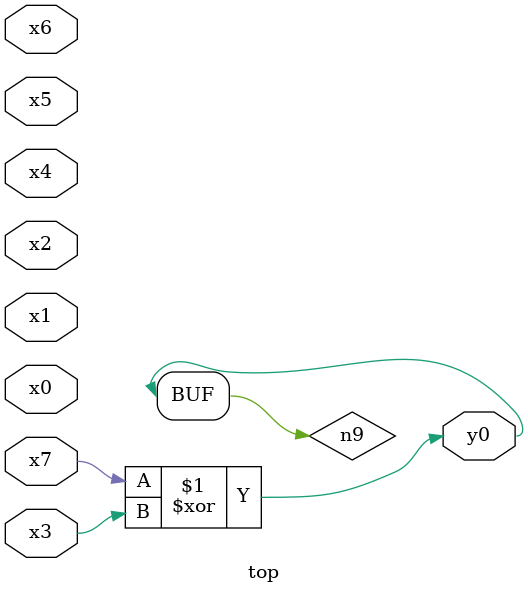
<source format=v>
module top( x0 , x1 , x2 , x3 , x4 , x5 , x6 , x7 , y0 );
  input x0 , x1 , x2 , x3 , x4 , x5 , x6 , x7 ;
  output y0 ;
  wire n9 ;
  assign n9 = x7 ^ x3 ;
  assign y0 = n9 ;
endmodule

</source>
